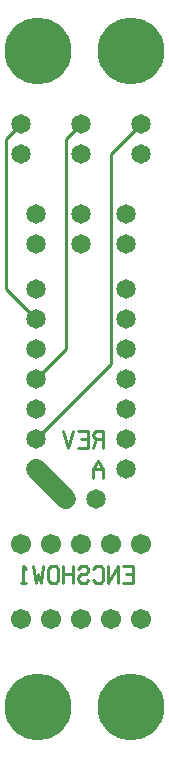
<source format=gbl>
%MOIN*%
%FSLAX25Y25*%
G04 D10 used for Character Trace; *
G04     Circle (OD=.01000) (No hole)*
G04 D11 used for Power Trace; *
G04     Circle (OD=.06500) (No hole)*
G04 D12 used for Signal Trace; *
G04     Circle (OD=.01100) (No hole)*
G04 D13 used for Via; *
G04     Circle (OD=.05800) (Round. Hole ID=.02800)*
G04 D14 used for Component hole; *
G04     Circle (OD=.06500) (Round. Hole ID=.03500)*
G04 D15 used for Component hole; *
G04     Circle (OD=.06700) (Round. Hole ID=.04300)*
G04 D16 used for Component hole; *
G04     Circle (OD=.08100) (Round. Hole ID=.05100)*
G04 D17 used for Component hole; *
G04     Circle (OD=.08900) (Round. Hole ID=.05900)*
G04 D18 used for Component hole; *
G04     Circle (OD=.11300) (Round. Hole ID=.08300)*
G04 D19 used for Component hole; *
G04     Circle (OD=.16000) (Round. Hole ID=.13000)*
G04 D20 used for Component hole; *
G04     Circle (OD=.18300) (Round. Hole ID=.15300)*
G04 D21 used for Component hole; *
G04     Circle (OD=.22291) (Round. Hole ID=.19291)*
%ADD10C,.01000*%
%ADD11C,.06500*%
%ADD12C,.01100*%
%ADD13C,.05800*%
%ADD14C,.06500*%
%ADD15C,.06700*%
%ADD16C,.08100*%
%ADD17C,.08900*%
%ADD18C,.11300*%
%ADD19C,.16000*%
%ADD20C,.18300*%
%ADD21C,.22291*%
%IPPOS*%
%LPD*%
G90*X0Y0D02*D21*X15625Y15625D03*D15*              
X40000Y45000D03*X30000D03*X20000D03*X10000D03*D21*
X46875Y15625D03*D15*X50000Y45000D03*D10*          
X44163Y57129D02*X47511D01*Y62871D01*X44163D01*    
X47511Y60000D02*X45000D01*X42511Y57129D02*        
Y62871D01*X39163Y57129D01*Y62871D01*              
X34163Y58086D02*X35000Y57129D01*X36674D01*        
X37511Y58086D01*Y61914D01*X36674Y62871D01*        
X35000D01*X34163Y61914D01*X29163D02*              
X30000Y62871D01*X31674D01*X32511Y61914D01*        
Y60957D01*X31674Y60000D01*X30000D01*              
X29163Y59043D01*Y58086D01*X30000Y57129D01*        
X31674D01*X32511Y58086D01*X27511Y57129D02*        
Y62871D01*X24163Y57129D02*Y62871D01*              
X27511Y60000D02*X24163D01*X19163Y58086D02*        
X20000Y57129D01*X21674D01*X22511Y58086D01*        
Y61914D01*X21674Y62871D01*X20000D01*              
X19163Y61914D01*Y58086D01*X17511Y62871D02*        
X16674Y57129D01*X15837Y60000D01*X15000Y57129D01*  
X14163Y62871D01*X11674Y61914D02*X10837Y62871D01*  
Y57129D01*X11674D02*X10000D01*D15*X50000Y70000D03*
X40000D03*X30000D03*X20000D03*X10000D03*D14*      
X35000Y85000D03*X25000D03*D11*X15000Y95000D01*D14*
D03*D10*X37511Y102129D02*Y107871D01*X35000D01*    
X34163Y106914D01*Y105957D01*X35000Y105000D01*     
X37511D01*X35000D02*X34163Y102129D01*X29163D02*   
X32511D01*Y107871D01*X29163D01*X32511Y105000D02*  
X30000D01*X27511Y107871D02*X25837Y102129D01*      
X24163Y107871D01*D14*X15000Y105000D03*D12*        
X40000Y130000D01*Y200000D01*X50000Y210000D01*D14* 
D03*Y200000D03*X30000Y210000D03*D12*              
X25000Y205000D01*Y135000D01*X15000Y125000D01*D14* 
D03*Y135000D03*Y115000D03*Y145000D03*D12*         
X5000Y155000D01*Y205000D01*X10000Y210000D01*D14*  
D03*Y200000D03*X30000D03*D21*X15625Y234375D03*D14*
X15000Y180000D03*X30000D03*X45000D03*D21*         
X46875Y234375D03*D14*X15000Y170000D03*X30000D03*  
X45000D03*X15000Y155000D03*X45000D03*Y145000D03*  
Y135000D03*Y125000D03*Y115000D03*Y105000D03*D10*  
X37511Y92129D02*Y95000D01*X35837Y97871D01*        
X34163Y95000D01*Y92129D01*X37511Y95000D02*        
X34163D01*D14*X45000D03*M02*                      

</source>
